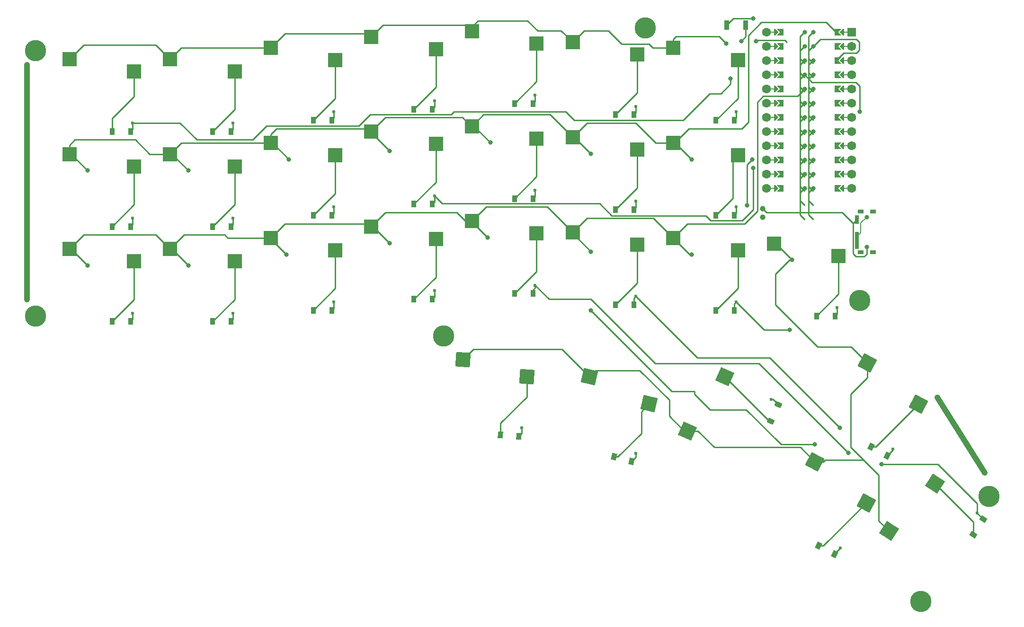
<source format=gbr>
%TF.GenerationSoftware,KiCad,Pcbnew,6.0.7*%
%TF.CreationDate,2022-09-18T19:07:01-04:00*%
%TF.ProjectId,flutter_v2_wren,666c7574-7465-4725-9f76-325f7772656e,v1.0.0*%
%TF.SameCoordinates,Original*%
%TF.FileFunction,Copper,L2,Bot*%
%TF.FilePolarity,Positive*%
%FSLAX46Y46*%
G04 Gerber Fmt 4.6, Leading zero omitted, Abs format (unit mm)*
G04 Created by KiCad (PCBNEW 6.0.7) date 2022-09-18 19:07:01*
%MOMM*%
%LPD*%
G01*
G04 APERTURE LIST*
G04 Aperture macros list*
%AMRotRect*
0 Rectangle, with rotation*
0 The origin of the aperture is its center*
0 $1 length*
0 $2 width*
0 $3 Rotation angle, in degrees counterclockwise*
0 Add horizontal line*
21,1,$1,$2,0,0,$3*%
%AMFreePoly0*
4,1,5,0.125000,-0.500000,-0.125000,-0.500000,-0.125000,0.500000,0.125000,0.500000,0.125000,-0.500000,0.125000,-0.500000,$1*%
%AMFreePoly1*
4,1,6,0.600000,0.200000,0.000000,-0.400000,-0.600000,0.200000,-0.600000,0.400000,0.600000,0.400000,0.600000,0.200000,0.600000,0.200000,$1*%
%AMFreePoly2*
4,1,6,0.600000,-0.250000,-0.600000,-0.250000,-0.600000,1.000000,0.000000,0.400000,0.600000,1.000000,0.600000,-0.250000,0.600000,-0.250000,$1*%
%AMFreePoly3*
4,1,49,0.004773,0.123721,0.009154,0.124665,0.028961,0.117240,0.062500,0.108253,0.068237,0.102516,0.075053,0.099961,0.087617,0.083136,0.108253,0.062500,0.111178,0.051584,0.117161,0.043572,0.118539,0.024114,0.125000,0.000000,0.121239,-0.014035,0.122131,-0.026629,0.113759,-0.041951,0.108253,-0.062500,0.095644,-0.075109,0.088389,-0.088388,-0.641000,-0.817776,-0.641000,-4.770224,
0.088389,-5.499612,0.109852,-5.528356,0.124665,-5.597154,0.099961,-5.663053,0.043572,-5.705161,-0.026629,-5.710131,-0.088388,-5.676389,-0.854388,-4.910388,-0.867707,-4.892552,-0.871189,-4.889530,-0.871982,-4.886826,-0.875852,-4.881644,-0.882331,-4.851549,-0.891000,-4.822000,-0.891000,-0.766000,-0.887805,-0.743969,-0.888131,-0.739371,-0.886780,-0.736898,-0.885852,-0.730498,-0.869151,-0.704632,
-0.854388,-0.677612,-0.088388,0.088389,-0.064606,0.106147,-0.062500,0.108253,-0.061385,0.108552,-0.059644,0.109852,-0.043806,0.113262,0.000000,0.125000,0.004773,0.123721,0.004773,0.123721,$1*%
G04 Aperture macros list end*
%TA.AperFunction,NonConductor*%
%ADD10C,1.000000*%
%TD*%
%TA.AperFunction,ComponentPad*%
%ADD11C,1.000000*%
%TD*%
%TA.AperFunction,SMDPad,CuDef*%
%ADD12R,0.900000X1.200000*%
%TD*%
%TA.AperFunction,ComponentPad*%
%ADD13C,0.600000*%
%TD*%
%TA.AperFunction,SMDPad,CuDef*%
%ADD14RotRect,0.900000X1.200000X152.000000*%
%TD*%
%TA.AperFunction,ComponentPad*%
%ADD15C,3.800000*%
%TD*%
%TA.AperFunction,SMDPad,CuDef*%
%ADD16R,2.600000X2.600000*%
%TD*%
%TA.AperFunction,SMDPad,CuDef*%
%ADD17RotRect,2.600000X2.600000X57.000000*%
%TD*%
%TA.AperFunction,SMDPad,CuDef*%
%ADD18RotRect,2.600000X2.600000X332.000000*%
%TD*%
%TA.AperFunction,SMDPad,CuDef*%
%ADD19RotRect,2.600000X2.600000X356.000000*%
%TD*%
%TA.AperFunction,SMDPad,CuDef*%
%ADD20R,1.000000X0.800000*%
%TD*%
%TA.AperFunction,SMDPad,CuDef*%
%ADD21R,0.700000X1.500000*%
%TD*%
%TA.AperFunction,SMDPad,CuDef*%
%ADD22RotRect,2.600000X2.600000X346.500000*%
%TD*%
%TA.AperFunction,SMDPad,CuDef*%
%ADD23RotRect,0.900000X1.200000X246.000000*%
%TD*%
%TA.AperFunction,SMDPad,CuDef*%
%ADD24RotRect,0.900000X1.200000X176.000000*%
%TD*%
%TA.AperFunction,SMDPad,CuDef*%
%ADD25RotRect,2.600000X2.600000X66.000000*%
%TD*%
%TA.AperFunction,SMDPad,CuDef*%
%ADD26RotRect,0.900000X1.200000X237.000000*%
%TD*%
%TA.AperFunction,SMDPad,CuDef*%
%ADD27RotRect,0.900000X1.200000X166.500000*%
%TD*%
%TA.AperFunction,ComponentPad*%
%ADD28C,1.600000*%
%TD*%
%TA.AperFunction,SMDPad,CuDef*%
%ADD29FreePoly0,270.000000*%
%TD*%
%TA.AperFunction,SMDPad,CuDef*%
%ADD30FreePoly1,270.000000*%
%TD*%
%TA.AperFunction,SMDPad,CuDef*%
%ADD31FreePoly0,90.000000*%
%TD*%
%TA.AperFunction,SMDPad,CuDef*%
%ADD32FreePoly1,90.000000*%
%TD*%
%TA.AperFunction,ComponentPad*%
%ADD33R,1.600000X1.600000*%
%TD*%
%TA.AperFunction,ComponentPad*%
%ADD34C,0.800000*%
%TD*%
%TA.AperFunction,SMDPad,CuDef*%
%ADD35FreePoly2,90.000000*%
%TD*%
%TA.AperFunction,SMDPad,CuDef*%
%ADD36FreePoly3,270.000000*%
%TD*%
%TA.AperFunction,SMDPad,CuDef*%
%ADD37FreePoly2,270.000000*%
%TD*%
%TA.AperFunction,SMDPad,CuDef*%
%ADD38FreePoly3,90.000000*%
%TD*%
%TA.AperFunction,SMDPad,CuDef*%
%ADD39R,0.900000X1.700000*%
%TD*%
%TA.AperFunction,ViaPad*%
%ADD40C,0.800000*%
%TD*%
%TA.AperFunction,Conductor*%
%ADD41C,0.250000*%
%TD*%
%TA.AperFunction,Conductor*%
%ADD42C,0.200000*%
%TD*%
G04 APERTURE END LIST*
D10*
X151934567Y-20571395D02*
X160434567Y-34071395D01*
X-10822339Y38925536D02*
X-10822339Y-3074464D01*
D11*
%TO.P,,1*%
%TO.N,pos*%
X120677661Y13175536D03*
%TO.P,,2*%
%TO.N,GND*%
X120677661Y11675536D03*
%TD*%
D12*
%TO.P,D1,1*%
%TO.N,P4*%
X7650000Y-7000000D03*
%TO.P,D1,2*%
%TO.N,D4*%
X4350000Y-7000000D03*
%TD*%
D13*
%TO.P,REF\u002A\u002A,1*%
%TO.N,P5*%
X26000000Y11500000D03*
%TD*%
%TO.P,REF\u002A\u002A,1*%
%TO.N,P6*%
X44000000Y30500000D03*
%TD*%
%TO.P,REF\u002A\u002A,1*%
%TO.N,P9*%
X98000000Y14500000D03*
%TD*%
D12*
%TO.P,D2,1*%
%TO.N,P4*%
X7650000Y10000000D03*
%TO.P,D2,2*%
%TO.N,D3*%
X4350000Y10000000D03*
%TD*%
D13*
%TO.P,REF\u002A\u002A,1*%
%TO.N,P5*%
X26000000Y-5500000D03*
%TD*%
D12*
%TO.P,D3,1*%
%TO.N,P4*%
X7650000Y27000000D03*
%TO.P,D3,2*%
%TO.N,D2*%
X4350000Y27000000D03*
%TD*%
D14*
%TO.P,D24,1*%
%TO.N,P8*%
X143013559Y-30998308D03*
%TO.P,D24,2*%
%TO.N,D24*%
X140099831Y-29449052D03*
%TD*%
D15*
%TO.P,REF\u002A\u002A,1*%
%TO.N,N/C*%
X63677661Y-9574464D03*
%TD*%
D16*
%TO.P,S2,1*%
%TO.N,P1*%
X-3275000Y22950000D03*
%TO.P,S2,2*%
%TO.N,D3*%
X8275000Y20750000D03*
%TD*%
D17*
%TO.P,S25,1*%
%TO.N,P3*%
X143360408Y-44483590D03*
%TO.P,S25,2*%
%TO.N,D26*%
X151496064Y-35995151D03*
%TD*%
D14*
%TO.P,D23,1*%
%TO.N,P7*%
X133624127Y-48657260D03*
%TO.P,D23,2*%
%TO.N,D25*%
X130710399Y-47108004D03*
%TD*%
D16*
%TO.P,S7,1*%
%TO.N,P2*%
X32725000Y7950000D03*
%TO.P,S7,2*%
%TO.N,D10*%
X44275000Y5750000D03*
%TD*%
%TO.P,S17,1*%
%TO.N,P1*%
X86725000Y25950000D03*
%TO.P,S17,2*%
%TO.N,D18*%
X98275000Y23750000D03*
%TD*%
D13*
%TO.P,REF\u002A\u002A,1*%
%TO.N,P6*%
X122278393Y-20928688D03*
%TD*%
D15*
%TO.P,REF\u002A\u002A,1*%
%TO.N,N/C*%
X99677661Y45483540D03*
%TD*%
D16*
%TO.P,S14,1*%
%TO.N,P1*%
X68725000Y27950000D03*
%TO.P,S14,2*%
%TO.N,D15*%
X80275000Y25750000D03*
%TD*%
D13*
%TO.P,REF\u002A\u002A,1*%
%TO.N,P7*%
X62000000Y-1500000D03*
%TD*%
%TO.P,REF\u002A\u002A,1*%
%TO.N,P5*%
X26000000Y28500000D03*
%TD*%
%TO.P,REF\u002A\u002A,1*%
%TO.N,P8*%
X144026797Y-29838202D03*
%TD*%
D16*
%TO.P,S11,1*%
%TO.N,P1*%
X50725000Y26950000D03*
%TO.P,S11,2*%
%TO.N,D12*%
X62275000Y24750000D03*
%TD*%
D12*
%TO.P,D17,1*%
%TO.N,P9*%
X97650000Y13000000D03*
%TO.P,D17,2*%
%TO.N,D18*%
X94350000Y13000000D03*
%TD*%
D16*
%TO.P,S8,1*%
%TO.N,P1*%
X32725000Y24950000D03*
%TO.P,S8,2*%
%TO.N,D9*%
X44275000Y22750000D03*
%TD*%
D13*
%TO.P,REF\u002A\u002A,1*%
%TO.N,P6*%
X44000000Y-3500000D03*
%TD*%
%TO.P,REF\u002A\u002A,1*%
%TO.N,P6*%
X44000000Y13500000D03*
%TD*%
D15*
%TO.P,REF\u002A\u002A,1*%
%TO.N,N/C*%
X-9322339Y-6074464D03*
%TD*%
D16*
%TO.P,S18,1*%
%TO.N,P0*%
X86725000Y42950000D03*
%TO.P,S18,2*%
%TO.N,D17*%
X98275000Y40750000D03*
%TD*%
D13*
%TO.P,REF\u002A\u002A,1*%
%TO.N,P8*%
X80000000Y33500000D03*
%TD*%
D16*
%TO.P,S6,1*%
%TO.N,P0*%
X14725000Y39950000D03*
%TO.P,S6,2*%
%TO.N,D5*%
X26275000Y37750000D03*
%TD*%
D15*
%TO.P,REF\u002A\u002A,1*%
%TO.N,N/C*%
X138054479Y-3222702D03*
%TD*%
D12*
%TO.P,D11,1*%
%TO.N,P7*%
X61650000Y14000000D03*
%TO.P,D11,2*%
%TO.N,D12*%
X58350000Y14000000D03*
%TD*%
D13*
%TO.P,REF\u002A\u002A,1*%
%TO.N,P7*%
X134637366Y-47497153D03*
%TD*%
%TO.P,REF\u002A\u002A,1*%
%TO.N,P7*%
X62000000Y15500000D03*
%TD*%
D15*
%TO.P,REF\u002A\u002A,1*%
%TO.N,N/C*%
X149005076Y-57092882D03*
%TD*%
D12*
%TO.P,D19,1*%
%TO.N,P10*%
X115650000Y-5000000D03*
%TO.P,D19,2*%
%TO.N,D22*%
X112350000Y-5000000D03*
%TD*%
D13*
%TO.P,REF\u002A\u002A,1*%
%TO.N,P9*%
X159103991Y-41263696D03*
%TD*%
%TO.P,REF\u002A\u002A,1*%
%TO.N,P10*%
X116000000Y13500000D03*
%TD*%
D16*
%TO.P,S4,1*%
%TO.N,P2*%
X14725000Y5950000D03*
%TO.P,S4,2*%
%TO.N,D7*%
X26275000Y3750000D03*
%TD*%
D18*
%TO.P,S24,1*%
%TO.N,P3*%
X139447012Y-14435159D03*
%TO.P,S24,2*%
%TO.N,D24*%
X148612220Y-21800041D03*
%TD*%
D12*
%TO.P,D20,1*%
%TO.N,P10*%
X115650000Y12000000D03*
%TO.P,D20,2*%
%TO.N,D21*%
X112350000Y12000000D03*
%TD*%
D13*
%TO.P,REF\u002A\u002A,1*%
%TO.N,P5*%
X97995010Y-30615598D03*
%TD*%
D16*
%TO.P,S10,1*%
%TO.N,P2*%
X50725000Y9950000D03*
%TO.P,S10,2*%
%TO.N,D13*%
X62275000Y7750000D03*
%TD*%
D13*
%TO.P,REF\u002A\u002A,1*%
%TO.N,P8*%
X80000000Y16500000D03*
%TD*%
%TO.P,REF\u002A\u002A,1*%
%TO.N,P9*%
X98000000Y31500000D03*
%TD*%
D16*
%TO.P,S3,1*%
%TO.N,P0*%
X-3275000Y39950000D03*
%TO.P,S3,2*%
%TO.N,D2*%
X8275000Y37750000D03*
%TD*%
D13*
%TO.P,REF\u002A\u002A,1*%
%TO.N,P10*%
X116000000Y30500000D03*
%TD*%
D19*
%TO.P,S27,1*%
%TO.N,P3*%
X67148029Y-13836041D03*
%TO.P,S27,2*%
%TO.N,D28*%
X78516429Y-16836370D03*
%TD*%
D16*
%TO.P,S13,1*%
%TO.N,P2*%
X68725000Y10950000D03*
%TO.P,S13,2*%
%TO.N,D16*%
X80275000Y8750000D03*
%TD*%
D12*
%TO.P,D18,1*%
%TO.N,P9*%
X97650000Y30000000D03*
%TO.P,D18,2*%
%TO.N,D17*%
X94350000Y30000000D03*
%TD*%
D16*
%TO.P,S21,1*%
%TO.N,P0*%
X104725000Y41950000D03*
%TO.P,S21,2*%
%TO.N,D20*%
X116275000Y39750000D03*
%TD*%
%TO.P,S20,1*%
%TO.N,P1*%
X104725000Y24950000D03*
%TO.P,S20,2*%
%TO.N,D21*%
X116275000Y22750000D03*
%TD*%
D12*
%TO.P,D10,1*%
%TO.N,P7*%
X61650000Y-3000000D03*
%TO.P,D10,2*%
%TO.N,D13*%
X58350000Y-3000000D03*
%TD*%
%TO.P,D13,1*%
%TO.N,P8*%
X79650000Y-2000000D03*
%TO.P,D13,2*%
%TO.N,D16*%
X76350000Y-2000000D03*
%TD*%
%TO.P,D15,1*%
%TO.N,P8*%
X79650000Y32000000D03*
%TO.P,D15,2*%
%TO.N,D14*%
X76350000Y32000000D03*
%TD*%
D13*
%TO.P,REF\u002A\u002A,1*%
%TO.N,P4*%
X8000000Y11500000D03*
%TD*%
D20*
%TO.P,,*%
%TO.N,*%
X138220000Y5350000D03*
X140430000Y12650000D03*
X140430000Y5350000D03*
X138220000Y12650000D03*
D21*
%TO.P,,1*%
%TO.N,pos*%
X137570000Y11250000D03*
%TO.P,,2*%
%TO.N,RAW*%
X137570000Y8250000D03*
%TO.P,,3*%
%TO.N,N/C*%
X137570000Y6750000D03*
%TD*%
D12*
%TO.P,D26,1*%
%TO.N,P10*%
X133650000Y-6000000D03*
%TO.P,D26,2*%
%TO.N,D27*%
X130350000Y-6000000D03*
%TD*%
D16*
%TO.P,S15,1*%
%TO.N,P0*%
X68725000Y44950000D03*
%TO.P,S15,2*%
%TO.N,D14*%
X80275000Y42750000D03*
%TD*%
D12*
%TO.P,D4,1*%
%TO.N,P5*%
X25650000Y-7000000D03*
%TO.P,D4,2*%
%TO.N,D7*%
X22350000Y-7000000D03*
%TD*%
D13*
%TO.P,REF\u002A\u002A,1*%
%TO.N,P10*%
X134000000Y-4500000D03*
%TD*%
D16*
%TO.P,S5,1*%
%TO.N,P1*%
X14725000Y22950000D03*
%TO.P,S5,2*%
%TO.N,D6*%
X26275000Y20750000D03*
%TD*%
D13*
%TO.P,REF\u002A\u002A,1*%
%TO.N,P9*%
X98000000Y-2500000D03*
%TD*%
D16*
%TO.P,S9,1*%
%TO.N,P0*%
X32725000Y41950000D03*
%TO.P,S9,2*%
%TO.N,D8*%
X44275000Y39750000D03*
%TD*%
D12*
%TO.P,D7,1*%
%TO.N,P6*%
X43650000Y-5000000D03*
%TO.P,D7,2*%
%TO.N,D10*%
X40350000Y-5000000D03*
%TD*%
D13*
%TO.P,REF\u002A\u002A,1*%
%TO.N,P7*%
X62000000Y32500000D03*
%TD*%
%TO.P,REF\u002A\u002A,1*%
%TO.N,P4*%
X77596852Y-26044654D03*
%TD*%
D16*
%TO.P,S16,1*%
%TO.N,P2*%
X86725000Y8950000D03*
%TO.P,S16,2*%
%TO.N,D19*%
X98275000Y6750000D03*
%TD*%
D22*
%TO.P,S28,1*%
%TO.N,P3*%
X89704488Y-16849865D03*
%TO.P,S28,2*%
%TO.N,D29*%
X100421781Y-21685373D03*
%TD*%
D13*
%TO.P,REF\u002A\u002A,1*%
%TO.N,P4*%
X8000000Y-5500000D03*
%TD*%
D12*
%TO.P,D16,1*%
%TO.N,P9*%
X97650000Y-4000000D03*
%TO.P,D16,2*%
%TO.N,D19*%
X94350000Y-4000000D03*
%TD*%
%TO.P,D8,1*%
%TO.N,P6*%
X43650000Y12000000D03*
%TO.P,D8,2*%
%TO.N,D9*%
X40350000Y12000000D03*
%TD*%
D23*
%TO.P,D22,1*%
%TO.N,P6*%
X123506353Y-21858534D03*
%TO.P,D22,2*%
%TO.N,D23*%
X122164123Y-24873234D03*
%TD*%
D24*
%TO.P,D27,1*%
%TO.N,P4*%
X77143070Y-27516585D03*
%TO.P,D27,2*%
%TO.N,D28*%
X73851108Y-27286389D03*
%TD*%
D25*
%TO.P,S22,1*%
%TO.N,P3*%
X107232342Y-26571778D03*
%TO.P,S22,2*%
%TO.N,D23*%
X113939950Y-16915149D03*
%TD*%
D26*
%TO.P,D25,1*%
%TO.N,P9*%
X160171373Y-42374190D03*
%TO.P,D25,2*%
%TO.N,D26*%
X158374065Y-45141802D03*
%TD*%
D15*
%TO.P,REF\u002A\u002A,1*%
%TO.N,N/C*%
X-9322339Y41425536D03*
%TD*%
D27*
%TO.P,D28,1*%
%TO.N,P5*%
X97304512Y-31992447D03*
%TO.P,D28,2*%
%TO.N,D29*%
X94095692Y-31222077D03*
%TD*%
D12*
%TO.P,D21,1*%
%TO.N,P10*%
X115650000Y29000000D03*
%TO.P,D21,2*%
%TO.N,D20*%
X112350000Y29000000D03*
%TD*%
D13*
%TO.P,REF\u002A\u002A,1*%
%TO.N,P8*%
X80000000Y-500000D03*
%TD*%
D12*
%TO.P,D9,1*%
%TO.N,P6*%
X43650000Y29000000D03*
%TO.P,D9,2*%
%TO.N,D8*%
X40350000Y29000000D03*
%TD*%
%TO.P,D12,1*%
%TO.N,P7*%
X61650000Y31000000D03*
%TO.P,D12,2*%
%TO.N,D11*%
X58350000Y31000000D03*
%TD*%
D16*
%TO.P,S12,1*%
%TO.N,P0*%
X50725000Y43950000D03*
%TO.P,S12,2*%
%TO.N,D11*%
X62275000Y41750000D03*
%TD*%
D15*
%TO.P,REF\u002A\u002A,1*%
%TO.N,N/C*%
X161177661Y-38318191D03*
%TD*%
D12*
%TO.P,D5,1*%
%TO.N,P5*%
X25650000Y10000000D03*
%TO.P,D5,2*%
%TO.N,D6*%
X22350000Y10000000D03*
%TD*%
D28*
%TO.P,MCU1,*%
%TO.N,*%
X121380000Y29480000D03*
X136620000Y26940000D03*
D29*
X135350000Y29480000D03*
D28*
X136620000Y44720000D03*
D29*
X135350000Y39640000D03*
X135350000Y37100000D03*
D28*
X136620000Y24400000D03*
X121380000Y24400000D03*
D30*
X134842000Y32020000D03*
D31*
X122650000Y16780000D03*
D32*
X123158000Y34560000D03*
D29*
X135350000Y19320000D03*
D31*
X122650000Y24400000D03*
D30*
X134842000Y29480000D03*
X134842000Y42180000D03*
D28*
X136620000Y37100000D03*
D31*
X122650000Y26940000D03*
D32*
X123158000Y26940000D03*
X123158000Y16780000D03*
D29*
X135350000Y42180000D03*
D28*
X121380000Y34560000D03*
D30*
X134842000Y44720000D03*
X134842000Y26940000D03*
X134842000Y21860000D03*
D31*
X122650000Y39640000D03*
X122650000Y21860000D03*
D28*
X121380000Y37100000D03*
X136620000Y19320000D03*
X121380000Y42180000D03*
D31*
X122650000Y29480000D03*
D28*
X136620000Y42180000D03*
D30*
X134842000Y34560000D03*
D32*
X123158000Y24400000D03*
D28*
X136620000Y32020000D03*
X136620000Y29480000D03*
D30*
X134842000Y24400000D03*
D28*
X121380000Y32020000D03*
D32*
X123158000Y37100000D03*
X123158000Y19320000D03*
X123158000Y42180000D03*
X123158000Y39640000D03*
D30*
X134842000Y37100000D03*
D29*
X135350000Y24400000D03*
D28*
X136620000Y21860000D03*
D29*
X135350000Y21860000D03*
D28*
X136620000Y39640000D03*
D31*
X122650000Y42180000D03*
D29*
X135350000Y32020000D03*
X135350000Y16780000D03*
D31*
X122650000Y19320000D03*
D28*
X121380000Y19320000D03*
D32*
X123158000Y32020000D03*
D28*
X121380000Y16780000D03*
D31*
X122650000Y37100000D03*
D33*
X136620000Y44720000D03*
D28*
X121380000Y26940000D03*
X121380000Y44720000D03*
D30*
X134842000Y19320000D03*
D28*
X121380000Y21860000D03*
D29*
X135350000Y26940000D03*
D32*
X123158000Y29480000D03*
X123158000Y44720000D03*
D29*
X135350000Y34560000D03*
D30*
X134842000Y39640000D03*
D31*
X122650000Y32020000D03*
X122650000Y34560000D03*
D28*
X136620000Y34560000D03*
D32*
X123158000Y21860000D03*
D28*
X121380000Y39640000D03*
D31*
X122650000Y44720000D03*
D29*
X135350000Y44720000D03*
D28*
X136620000Y16780000D03*
D30*
X134842000Y16780000D03*
D34*
%TO.P,MCU1,1*%
%TO.N,RAW*%
X129762000Y44720000D03*
D35*
X124174000Y44720000D03*
D36*
X129762000Y44720000D03*
D35*
%TO.P,MCU1,2*%
%TO.N,N/C*%
X124174000Y42180000D03*
D34*
%TO.N,GND*%
X129762000Y42180000D03*
D36*
X129762000Y42180000D03*
D35*
%TO.P,MCU1,3*%
%TO.N,RST*%
X124174000Y39640000D03*
D36*
X129762000Y39640000D03*
D34*
X129762000Y39640000D03*
D35*
%TO.P,MCU1,4*%
%TO.N,VCC*%
X124174000Y37100000D03*
D36*
X129762000Y37100000D03*
D34*
X129762000Y37100000D03*
D35*
%TO.P,MCU1,5*%
%TO.N,P21*%
X124174000Y34560000D03*
D36*
X129762000Y34560000D03*
D34*
X129762000Y34560000D03*
%TO.P,MCU1,6*%
%TO.N,P20*%
X129762000Y32020000D03*
D35*
X124174000Y32020000D03*
D36*
X129762000Y32020000D03*
D34*
%TO.P,MCU1,7*%
%TO.N,P19*%
X129762000Y29480000D03*
D35*
X124174000Y29480000D03*
D36*
X129762000Y29480000D03*
%TO.P,MCU1,8*%
%TO.N,P18*%
X129762000Y26940000D03*
D34*
X129762000Y26940000D03*
D35*
X124174000Y26940000D03*
%TO.P,MCU1,9*%
%TO.N,P15*%
X124174000Y24400000D03*
D36*
X129762000Y24400000D03*
D34*
X129762000Y24400000D03*
%TO.P,MCU1,10*%
%TO.N,P14*%
X129762000Y21860000D03*
D35*
X124174000Y21860000D03*
D36*
X129762000Y21860000D03*
D35*
%TO.P,MCU1,11*%
%TO.N,P16*%
X124174000Y19320000D03*
D36*
X129762000Y19320000D03*
D34*
X129762000Y19320000D03*
D35*
%TO.P,MCU1,12*%
%TO.N,P10*%
X124174000Y16780000D03*
D34*
X129762000Y16780000D03*
D36*
X129762000Y16780000D03*
D37*
%TO.P,MCU1,13*%
%TO.N,P9*%
X133826000Y16780000D03*
D34*
X128238000Y16780000D03*
D38*
X128238000Y16780000D03*
%TO.P,MCU1,14*%
%TO.N,P8*%
X128238000Y19320000D03*
D37*
X133826000Y19320000D03*
D34*
X128238000Y19320000D03*
D37*
%TO.P,MCU1,15*%
%TO.N,P7*%
X133826000Y21860000D03*
D38*
X128238000Y21860000D03*
D34*
X128238000Y21860000D03*
D37*
%TO.P,MCU1,16*%
%TO.N,P6*%
X133826000Y24400000D03*
D34*
X128238000Y24400000D03*
D38*
X128238000Y24400000D03*
D37*
%TO.P,MCU1,17*%
%TO.N,P5*%
X133826000Y26940000D03*
D38*
X128238000Y26940000D03*
D34*
X128238000Y26940000D03*
D38*
%TO.P,MCU1,18*%
%TO.N,P4*%
X128238000Y29480000D03*
D37*
X133826000Y29480000D03*
D34*
X128238000Y29480000D03*
D37*
%TO.P,MCU1,19*%
%TO.N,P3*%
X133826000Y32020000D03*
D38*
X128238000Y32020000D03*
D34*
X128238000Y32020000D03*
D37*
%TO.P,MCU1,20*%
%TO.N,P2*%
X133826000Y34560000D03*
D34*
X128238000Y34560000D03*
D38*
X128238000Y34560000D03*
%TO.P,MCU1,21*%
%TO.N,GND*%
X128238000Y37100000D03*
D37*
X133826000Y37100000D03*
D34*
X128238000Y37100000D03*
%TO.P,MCU1,22*%
X128238000Y39640000D03*
D37*
X133826000Y39640000D03*
D38*
X128238000Y39640000D03*
D34*
%TO.P,MCU1,23*%
%TO.N,P0*%
X128238000Y42180000D03*
D38*
X128238000Y42180000D03*
D37*
X133826000Y42180000D03*
%TO.P,MCU1,24*%
%TO.N,P1*%
X133826000Y44720000D03*
D38*
X128238000Y44720000D03*
D34*
X128238000Y44720000D03*
%TD*%
D13*
%TO.P,REF\u002A\u002A,1*%
%TO.N,P10*%
X116000000Y-3500000D03*
%TD*%
D39*
%TO.P,,1*%
%TO.N,RST*%
X114300000Y46000000D03*
%TO.P,,2*%
%TO.N,GND*%
X117700000Y46000000D03*
%TD*%
D16*
%TO.P,S19,1*%
%TO.N,P2*%
X104725000Y7950000D03*
%TO.P,S19,2*%
%TO.N,D22*%
X116275000Y5750000D03*
%TD*%
D12*
%TO.P,D14,1*%
%TO.N,P8*%
X79650000Y15000000D03*
%TO.P,D14,2*%
%TO.N,D15*%
X76350000Y15000000D03*
%TD*%
D16*
%TO.P,S26,1*%
%TO.N,P3*%
X122725000Y6950000D03*
%TO.P,S26,2*%
%TO.N,D27*%
X134275000Y4750000D03*
%TD*%
D12*
%TO.P,D6,1*%
%TO.N,P5*%
X25650000Y27000000D03*
%TO.P,D6,2*%
%TO.N,D5*%
X22350000Y27000000D03*
%TD*%
D16*
%TO.P,S1,1*%
%TO.N,P2*%
X-3275000Y5950000D03*
%TO.P,S1,2*%
%TO.N,D4*%
X8275000Y3750000D03*
%TD*%
D18*
%TO.P,S23,1*%
%TO.N,P3*%
X130057581Y-32094111D03*
%TO.P,S23,2*%
%TO.N,D25*%
X139222789Y-39458993D03*
%TD*%
D13*
%TO.P,REF\u002A\u002A,1*%
%TO.N,P4*%
X8000000Y28500000D03*
%TD*%
D40*
%TO.N,P2*%
X35500000Y5000000D03*
X108000000Y5000000D03*
X90000000Y5500000D03*
X71500000Y8000000D03*
X54000000Y7000000D03*
X18000000Y3000000D03*
X0Y3000000D03*
%TO.N,P4*%
X115000000Y36500000D03*
%TO.N,P1*%
X90000000Y23000000D03*
X18000000Y20000000D03*
X108000000Y22000000D03*
X36000000Y22000000D03*
X0Y20000000D03*
X54000000Y23500000D03*
X72000000Y25000000D03*
%TO.N,P0*%
X114185211Y42748391D03*
%TO.N,P6*%
X117889465Y13778032D03*
X118859548Y21989442D03*
%TO.N,P7*%
X90000000Y-5000000D03*
X130000000Y-29000000D03*
X119000000Y20500000D03*
%TO.N,P8*%
X136000000Y-30500000D03*
%TO.N,P9*%
X142000000Y-32500000D03*
X134500000Y-26000000D03*
%TO.N,P10*%
X125500000Y-8500000D03*
%TO.N,P3*%
X126000000Y4000000D03*
%TO.N,RAW*%
X139303520Y11682664D03*
%TO.N,GND*%
X119552125Y43187971D03*
X138055890Y30555890D03*
X116889685Y43159942D03*
%TO.N,RST*%
X119053439Y47175000D03*
%TO.N,pos*%
X139306786Y6343261D03*
%TD*%
D41*
%TO.N,pos*%
X136895000Y10575000D02*
X134970000Y12500000D01*
X134970000Y12500000D02*
X121353197Y12500000D01*
X121353197Y12500000D02*
X120677661Y13175536D01*
%TO.N,P2*%
X104725000Y7950000D02*
X107675000Y5000000D01*
X117500000Y10500000D02*
X119752179Y12752179D01*
X32725000Y7950000D02*
X35275000Y10500000D01*
X12175000Y8500000D02*
X14725000Y5950000D01*
X14725000Y5950000D02*
X17275000Y8500000D01*
X104725000Y7950000D02*
X107275000Y10500000D01*
X-3275000Y5950000D02*
X-725000Y8500000D01*
X107675000Y5000000D02*
X108000000Y5000000D01*
X51050000Y9950000D02*
X50725000Y9950000D01*
X119752179Y32265118D02*
X120831284Y33344223D01*
X25050000Y7950000D02*
X32725000Y7950000D01*
X127022223Y33344223D02*
X128238000Y34560000D01*
X35275000Y10500000D02*
X50175000Y10500000D01*
X15050000Y5950000D02*
X14725000Y5950000D01*
X-725000Y8500000D02*
X12175000Y8500000D01*
X24500000Y8500000D02*
X25050000Y7950000D01*
X50725000Y9950000D02*
X53275000Y12500000D01*
X107275000Y10500000D02*
X117500000Y10500000D01*
X68725000Y10950000D02*
X68725000Y10775000D01*
X53275000Y12500000D02*
X66000000Y12500000D01*
X86725000Y8775000D02*
X86725000Y8950000D01*
X-3275000Y5950000D02*
X-2950000Y5950000D01*
X68725000Y10950000D02*
X71275000Y13500000D01*
X120831284Y33344223D02*
X127022223Y33344223D01*
X71275000Y13500000D02*
X82175000Y13500000D01*
X86725000Y8950000D02*
X89275000Y11500000D01*
X119752179Y12752179D02*
X119752179Y32265118D01*
X32725000Y7775000D02*
X35500000Y5000000D01*
X82175000Y13500000D02*
X86725000Y8950000D01*
X101175000Y11500000D02*
X104725000Y7950000D01*
X66000000Y12500000D02*
X67550000Y10950000D01*
X67550000Y10950000D02*
X68725000Y10950000D01*
X32725000Y7950000D02*
X32725000Y7775000D01*
X68725000Y10775000D02*
X71500000Y8000000D01*
X-2950000Y5950000D02*
X0Y3000000D01*
X89275000Y11500000D02*
X101175000Y11500000D01*
X17275000Y8500000D02*
X24500000Y8500000D01*
X18000000Y3000000D02*
X15050000Y5950000D01*
X90000000Y5500000D02*
X86725000Y8775000D01*
X54000000Y7000000D02*
X51050000Y9950000D01*
X50175000Y10500000D02*
X50725000Y9950000D01*
%TO.N,D4*%
X8275000Y-3075000D02*
X4350000Y-7000000D01*
X8275000Y3750000D02*
X8275000Y-3075000D01*
%TO.N,P4*%
X8000000Y-6650000D02*
X7650000Y-7000000D01*
X19500000Y25500000D02*
X16500000Y28500000D01*
X48500000Y28000000D02*
X32000000Y28000000D01*
X8000000Y28500000D02*
X8000000Y27350000D01*
X29500000Y25500000D02*
X19500000Y25500000D01*
X32000000Y28000000D02*
X29500000Y25500000D01*
X16500000Y28500000D02*
X8000000Y28500000D01*
X77596852Y-27062803D02*
X77143070Y-27516585D01*
X8000000Y-5500000D02*
X8000000Y-6650000D01*
X87000000Y29000000D02*
X85500000Y30500000D01*
X106500000Y29000000D02*
X87000000Y29000000D01*
X115000000Y36500000D02*
X115000000Y35500000D01*
X50500000Y30000000D02*
X48500000Y28000000D01*
X65500000Y30500000D02*
X65000000Y30000000D01*
X115000000Y35500000D02*
X113258530Y33758530D01*
X8000000Y11500000D02*
X8000000Y10350000D01*
X111258530Y33758530D02*
X106500000Y29000000D01*
X8000000Y27350000D02*
X7650000Y27000000D01*
X65000000Y30000000D02*
X50500000Y30000000D01*
X113258530Y33758530D02*
X111258530Y33758530D01*
X8000000Y10350000D02*
X7650000Y10000000D01*
X85500000Y30500000D02*
X65500000Y30500000D01*
X77596852Y-26044654D02*
X77596852Y-27062803D01*
%TO.N,P1*%
X32725000Y24950000D02*
X32725000Y26500000D01*
X69050000Y27950000D02*
X72000000Y25000000D01*
X16725000Y24950000D02*
X32725000Y24950000D01*
X98000000Y28500000D02*
X101550000Y24950000D01*
X-2950000Y22950000D02*
X-3275000Y22950000D01*
X68725000Y27950000D02*
X69050000Y27950000D01*
X33725000Y27500000D02*
X50175000Y27500000D01*
X11050000Y22950000D02*
X14725000Y22950000D01*
X104950000Y24950000D02*
X107500000Y27500000D01*
X-2275000Y25500000D02*
X8500000Y25500000D01*
X36000000Y22000000D02*
X33050000Y24950000D01*
X68550000Y27950000D02*
X68725000Y27950000D01*
X132046000Y46500000D02*
X133826000Y44720000D01*
X67000000Y29500000D02*
X68550000Y27950000D01*
X14725000Y22950000D02*
X16725000Y24950000D01*
X117000000Y27500000D02*
X118150000Y28650000D01*
X0Y20000000D02*
X-2950000Y22950000D01*
X-3275000Y22950000D02*
X-3275000Y24500000D01*
X50725000Y26775000D02*
X54000000Y23500000D01*
X101550000Y24950000D02*
X104725000Y24950000D01*
X105050000Y24950000D02*
X108000000Y22000000D01*
X53275000Y29500000D02*
X67000000Y29500000D01*
X104725000Y24950000D02*
X105050000Y24950000D01*
X33050000Y24950000D02*
X32725000Y24950000D01*
X14725000Y22950000D02*
X15050000Y22950000D01*
X8500000Y25500000D02*
X11050000Y22950000D01*
X118150000Y28650000D02*
X118150000Y44150000D01*
X87050000Y25950000D02*
X86725000Y25950000D01*
X86725000Y25950000D02*
X89275000Y28500000D01*
X118150000Y44150000D02*
X120500000Y46500000D01*
X90000000Y23000000D02*
X87050000Y25950000D01*
X50725000Y26950000D02*
X53275000Y29500000D01*
X89275000Y28500000D02*
X98000000Y28500000D01*
X120500000Y46500000D02*
X132046000Y46500000D01*
X32725000Y26500000D02*
X33725000Y27500000D01*
X70775000Y30000000D02*
X82675000Y30000000D01*
X107500000Y27500000D02*
X117000000Y27500000D01*
X82675000Y30000000D02*
X86725000Y25950000D01*
X50175000Y27500000D02*
X50725000Y26950000D01*
X104725000Y24950000D02*
X104950000Y24950000D01*
X-3275000Y24500000D02*
X-2275000Y25500000D01*
X50725000Y26950000D02*
X50725000Y26775000D01*
X15050000Y22950000D02*
X18000000Y20000000D01*
X32175000Y25500000D02*
X32725000Y24950000D01*
X68725000Y27950000D02*
X70775000Y30000000D01*
%TO.N,D3*%
X8275000Y20750000D02*
X8275000Y13925000D01*
X8275000Y13925000D02*
X4350000Y10000000D01*
%TO.N,P0*%
X52775000Y46000000D02*
X67675000Y46000000D01*
X78674999Y46825001D02*
X80500000Y45000000D01*
X112933602Y44000000D02*
X105225000Y44000000D01*
X67675000Y46000000D02*
X68725000Y44950000D01*
X14725000Y39950000D02*
X16725000Y41950000D01*
X88775000Y45000000D02*
X93125001Y45000000D01*
X100374999Y42625001D02*
X101050000Y41950000D01*
X84675000Y45000000D02*
X86725000Y42950000D01*
X-725000Y42500000D02*
X12175000Y42500000D01*
X68725000Y44950000D02*
X68725000Y45750003D01*
X16725000Y41950000D02*
X32725000Y41950000D01*
X-3275000Y39950000D02*
X-725000Y42500000D01*
X35275000Y44500000D02*
X50175000Y44500000D01*
X32725000Y41950000D02*
X35275000Y44500000D01*
X12175000Y42500000D02*
X14725000Y39950000D01*
X104725000Y43500000D02*
X104725000Y41950000D01*
X105225000Y44000000D02*
X104725000Y43500000D01*
X95500000Y42625001D02*
X100374999Y42625001D01*
X69799998Y46825001D02*
X78674999Y46825001D01*
X86725000Y42950000D02*
X88775000Y45000000D01*
X50175000Y44500000D02*
X50725000Y43950000D01*
X50725000Y43950000D02*
X52775000Y46000000D01*
X101050000Y41950000D02*
X104725000Y41950000D01*
X68725000Y45750003D02*
X69799998Y46825001D01*
X80500000Y45000000D02*
X84675000Y45000000D01*
X93125001Y45000000D02*
X95500000Y42625001D01*
X114185211Y42748391D02*
X112933602Y44000000D01*
%TO.N,D2*%
X8275000Y37750000D02*
X8275000Y33275000D01*
X8275000Y33275000D02*
X4350000Y29350000D01*
X4350000Y29350000D02*
X4350000Y27000000D01*
%TO.N,D7*%
X26275000Y-3075000D02*
X22350000Y-7000000D01*
X26275000Y3750000D02*
X26275000Y-3075000D01*
%TO.N,P5*%
X26000000Y11500000D02*
X26000000Y10350000D01*
X26000000Y-6650000D02*
X25650000Y-7000000D01*
X26000000Y27350000D02*
X25650000Y27000000D01*
X26000000Y-5500000D02*
X26000000Y-6650000D01*
X26000000Y10350000D02*
X25650000Y10000000D01*
X97995010Y-30615598D02*
X97995010Y-31301949D01*
X26000000Y28500000D02*
X26000000Y27350000D01*
X97995010Y-31301949D02*
X97304512Y-31992447D01*
%TO.N,D6*%
X26275000Y20750000D02*
X26275000Y13925000D01*
X26275000Y13925000D02*
X22350000Y10000000D01*
%TO.N,D5*%
X26275000Y37750000D02*
X26275000Y30925000D01*
X26275000Y30925000D02*
X22350000Y27000000D01*
%TO.N,D10*%
X44275000Y-1075000D02*
X40350000Y-5000000D01*
X44275000Y5750000D02*
X44275000Y-1075000D01*
%TO.N,P6*%
X117889465Y21019359D02*
X118859548Y21989442D01*
X122576507Y-20928688D02*
X123506353Y-21858534D01*
X44000000Y13500000D02*
X44000000Y12350000D01*
X44000000Y30500000D02*
X44000000Y29350000D01*
X122278393Y-20928688D02*
X122576507Y-20928688D01*
X117889465Y13778032D02*
X117889465Y21019359D01*
X44000000Y-4650000D02*
X43650000Y-5000000D01*
X44000000Y-3500000D02*
X44000000Y-4650000D01*
X44000000Y12350000D02*
X43650000Y12000000D01*
X44000000Y29350000D02*
X43650000Y29000000D01*
%TO.N,D9*%
X44275000Y22750000D02*
X44275000Y15925000D01*
X44275000Y15925000D02*
X40350000Y12000000D01*
%TO.N,D8*%
X44275000Y32925000D02*
X40350000Y29000000D01*
X44275000Y39750000D02*
X44275000Y32925000D01*
%TO.N,D13*%
X62275000Y925000D02*
X58350000Y-3000000D01*
X62275000Y7750000D02*
X62275000Y925000D01*
%TO.N,P7*%
X119000000Y13000000D02*
X117075000Y11075000D01*
X108500000Y-19500000D02*
X108500000Y-19986618D01*
X124000000Y-29000000D02*
X130000000Y-29000000D01*
X91575000Y14075000D02*
X63425000Y14075000D01*
X123500000Y-28500000D02*
X124000000Y-29000000D01*
X93700000Y11950000D02*
X91575000Y14075000D01*
X104500000Y-19500000D02*
X108500000Y-19500000D01*
X62000000Y-2650000D02*
X61650000Y-3000000D01*
X62000000Y15500000D02*
X62000000Y14350000D01*
X63425000Y14075000D02*
X62000000Y15500000D01*
X108500000Y-19986618D02*
X111301691Y-22788309D01*
X62000000Y32500000D02*
X62000000Y31350000D01*
X111425000Y11075000D02*
X110550000Y11950000D01*
X117075000Y11075000D02*
X111425000Y11075000D01*
X90000000Y-5000000D02*
X104500000Y-19500000D01*
X117788309Y-22788309D02*
X123500000Y-28500000D01*
X111301691Y-22788309D02*
X117788309Y-22788309D01*
X62000000Y14350000D02*
X61650000Y14000000D01*
X119000000Y20500000D02*
X119000000Y13000000D01*
X133624127Y-48510392D02*
X134637366Y-47497153D01*
X62000000Y-1500000D02*
X62000000Y-2650000D01*
X133624127Y-48657260D02*
X133624127Y-48510392D01*
X110550000Y11950000D02*
X93700000Y11950000D01*
X62000000Y31350000D02*
X61650000Y31000000D01*
%TO.N,D12*%
X62275000Y17925000D02*
X58350000Y14000000D01*
X62275000Y24750000D02*
X62275000Y17925000D01*
%TO.N,D11*%
X62275000Y34925000D02*
X58350000Y31000000D01*
X62275000Y41750000D02*
X62275000Y34925000D01*
%TO.N,D16*%
X80275000Y8750000D02*
X80275000Y1925000D01*
X80275000Y1925000D02*
X76350000Y-2000000D01*
%TO.N,P8*%
X90000000Y-3000000D02*
X101000000Y-14000000D01*
X80000000Y32350000D02*
X79650000Y32000000D01*
X101500000Y-14500000D02*
X117500000Y-14500000D01*
X80000000Y16500000D02*
X80000000Y15350000D01*
X80000000Y-1000000D02*
X80000000Y-500000D01*
X80000000Y15350000D02*
X79650000Y15000000D01*
X120000000Y-14500000D02*
X136000000Y-30500000D01*
X144026797Y-29985070D02*
X143013559Y-30998308D01*
X101000000Y-14000000D02*
X101500000Y-14500000D01*
X144026797Y-29838202D02*
X144026797Y-29985070D01*
X117500000Y-14500000D02*
X120000000Y-14500000D01*
X80000000Y33500000D02*
X80000000Y32350000D01*
X80000000Y-500000D02*
X82500000Y-3000000D01*
X79650000Y-2000000D02*
X79650000Y-1350000D01*
X79650000Y-1350000D02*
X80000000Y-1000000D01*
X82500000Y-3000000D02*
X90000000Y-3000000D01*
%TO.N,D15*%
X80275000Y25750000D02*
X80275000Y18925000D01*
X80275000Y18925000D02*
X76350000Y15000000D01*
%TO.N,D14*%
X80275000Y42750000D02*
X80275000Y35925000D01*
X80275000Y35925000D02*
X76350000Y32000000D01*
%TO.N,D19*%
X98275000Y-75000D02*
X94350000Y-4000000D01*
X98275000Y6750000D02*
X98275000Y-75000D01*
%TO.N,P9*%
X98000000Y13350000D02*
X97650000Y13000000D01*
X98000000Y-2500000D02*
X109000000Y-13500000D01*
X152000000Y-32500000D02*
X159103991Y-39603991D01*
X98000000Y14500000D02*
X98000000Y13350000D01*
X159103991Y-41263696D02*
X159103991Y-41306808D01*
X97650000Y-4000000D02*
X97650000Y-2850000D01*
X122000000Y-13500000D02*
X134500000Y-26000000D01*
X98000000Y30350000D02*
X97650000Y30000000D01*
X159103991Y-39603991D02*
X159103991Y-41263696D01*
X109000000Y-13500000D02*
X122000000Y-13500000D01*
X97650000Y-2850000D02*
X98000000Y-2500000D01*
X98000000Y31500000D02*
X98000000Y30350000D01*
X142000000Y-32500000D02*
X152000000Y-32500000D01*
X159103991Y-41306808D02*
X160171373Y-42374190D01*
%TO.N,D18*%
X98275000Y23750000D02*
X98275000Y16925000D01*
X98275000Y16925000D02*
X94350000Y13000000D01*
%TO.N,D17*%
X98275000Y33925000D02*
X94350000Y30000000D01*
X98275000Y40750000D02*
X98275000Y33925000D01*
%TO.N,D22*%
X116275000Y-1075000D02*
X112350000Y-5000000D01*
X116275000Y5750000D02*
X116275000Y-1075000D01*
%TO.N,P10*%
X116000000Y12350000D02*
X115650000Y12000000D01*
X116000000Y29350000D02*
X115650000Y29000000D01*
X134000000Y-5650000D02*
X133650000Y-6000000D01*
X134000000Y-4500000D02*
X134000000Y-5650000D01*
X115650000Y-5000000D02*
X115650000Y-3850000D01*
X116000000Y13500000D02*
X116000000Y12350000D01*
X115650000Y-3850000D02*
X116000000Y-3500000D01*
X116000000Y-3500000D02*
X121000000Y-8500000D01*
X121000000Y-8500000D02*
X125500000Y-8500000D01*
X116000000Y30500000D02*
X116000000Y29350000D01*
%TO.N,D21*%
X115375000Y21850000D02*
X115375000Y15025000D01*
X116275000Y22750000D02*
X115375000Y21850000D01*
X115375000Y15025000D02*
X112350000Y12000000D01*
%TO.N,D20*%
X116275000Y39750000D02*
X116275000Y32925000D01*
X116275000Y32925000D02*
X112350000Y29000000D01*
%TO.N,P3*%
X104000000Y-23919718D02*
X106652060Y-26571778D01*
X138756630Y-31756630D02*
X136500000Y-29500000D01*
X141500000Y-34500000D02*
X141500000Y-42689039D01*
X127463470Y-29500000D02*
X130057581Y-32094111D01*
X136500000Y-29500000D02*
X136500000Y-20000000D01*
X112075794Y-29500000D02*
X127463470Y-29500000D01*
X98739398Y-15739398D02*
X104000000Y-21000000D01*
X125500000Y4000000D02*
X123000000Y1500000D01*
X136500000Y-20000000D02*
X139447012Y-17052988D01*
X123050000Y6950000D02*
X122725000Y6950000D01*
X130057581Y-32094111D02*
X131529922Y-32094111D01*
X136511853Y-11500000D02*
X139447012Y-14435159D01*
X141500000Y-42689039D02*
X143327479Y-44516518D01*
X126000000Y4000000D02*
X123050000Y6950000D01*
X106652060Y-26571778D02*
X107232342Y-26571778D01*
X139447012Y-17052988D02*
X139447012Y-14435159D01*
X90814955Y-15739398D02*
X98739398Y-15739398D01*
X131529922Y-32094111D02*
X131867403Y-31756630D01*
X126000000Y4000000D02*
X125500000Y4000000D01*
X89704488Y-16849865D02*
X90814955Y-15739398D01*
X84854623Y-12000000D02*
X89704488Y-16849865D01*
X138756630Y-31756630D02*
X141500000Y-34500000D01*
X123000000Y1500000D02*
X123000000Y-4000000D01*
X104000000Y-21000000D02*
X104000000Y-23919718D01*
X68984070Y-12000000D02*
X84854623Y-12000000D01*
X130500000Y-11500000D02*
X136511853Y-11500000D01*
X67148029Y-13836041D02*
X68984070Y-12000000D01*
X107232342Y-26571778D02*
X109147572Y-26571778D01*
X109147572Y-26571778D02*
X112075794Y-29500000D01*
X131867403Y-31756630D02*
X138756630Y-31756630D01*
X123000000Y-4000000D02*
X130500000Y-11500000D01*
%TO.N,D23*%
X113939950Y-16915149D02*
X121898035Y-24873234D01*
X121898035Y-24873234D02*
X122164123Y-24873234D01*
%TO.N,D25*%
X130710399Y-47108004D02*
X131573778Y-47108004D01*
X131573778Y-47108004D02*
X139222789Y-39458993D01*
%TO.N,D24*%
X140963209Y-29449052D02*
X148612220Y-21800041D01*
X140099831Y-29449052D02*
X140963209Y-29449052D01*
%TO.N,D26*%
X158374065Y-42873152D02*
X151496064Y-35995151D01*
X158374065Y-45141802D02*
X158374065Y-42873152D01*
%TO.N,D27*%
X134275000Y-2075000D02*
X130350000Y-6000000D01*
X134275000Y4750000D02*
X134275000Y-2075000D01*
%TO.N,D28*%
X78516429Y-20483571D02*
X78516429Y-16836370D01*
X73851108Y-25148892D02*
X78516429Y-20483571D01*
X73851108Y-27286389D02*
X73851108Y-25148892D01*
%TO.N,D29*%
X94095692Y-31222077D02*
X94777923Y-31222077D01*
X99000000Y-27000000D02*
X99000000Y-23107154D01*
X94777923Y-31222077D02*
X99000000Y-27000000D01*
X99000000Y-23107154D02*
X100421781Y-21685373D01*
D42*
%TO.N,RAW*%
X138220000Y8900000D02*
X137570000Y8250000D01*
X138220000Y10599144D02*
X138220000Y8900000D01*
X139303520Y11682664D02*
X138220000Y10599144D01*
D41*
%TO.N,GND*%
X119552125Y43187971D02*
X119669154Y43305000D01*
X129546300Y35791700D02*
X128238000Y37100000D01*
X131082000Y43500000D02*
X137500000Y43500000D01*
X138000000Y41560331D02*
X137439669Y41000000D01*
X138055890Y30555890D02*
X138055890Y35116717D01*
X138055890Y35116717D02*
X137380907Y35791700D01*
X137439669Y41000000D02*
X135186000Y41000000D01*
X138000000Y43000000D02*
X138000000Y41560331D01*
X129762000Y42180000D02*
X131082000Y43500000D01*
X137380907Y35791700D02*
X129546300Y35791700D01*
X137500000Y43500000D02*
X138000000Y43000000D01*
X119669154Y43305000D02*
X124695000Y43305000D01*
X117700000Y46000000D02*
X117700000Y43970257D01*
X135186000Y41000000D02*
X133826000Y39640000D01*
X117700000Y43970257D02*
X116889685Y43159942D01*
X124695000Y43305000D02*
X125000000Y43000000D01*
%TO.N,RST*%
X115475000Y47175000D02*
X119053439Y47175000D01*
X114300000Y46000000D02*
X115475000Y47175000D01*
X119053439Y47175000D02*
X119103255Y47125184D01*
%TO.N,pos*%
X139310201Y5070023D02*
X138865178Y4625000D01*
X138865178Y4625000D02*
X137375000Y4625000D01*
X136895000Y5105000D02*
X136895000Y10575000D01*
X139306786Y6343261D02*
X139310201Y6339846D01*
X136895000Y10575000D02*
X137570000Y11250000D01*
X139310201Y6339846D02*
X139310201Y5070023D01*
X137375000Y4625000D02*
X136895000Y5105000D01*
%TD*%
M02*

</source>
